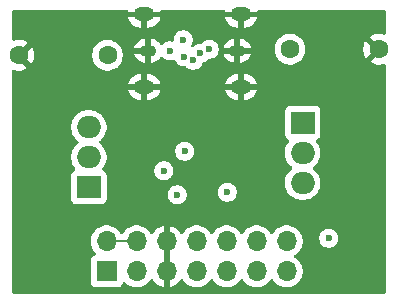
<source format=gbr>
%TF.GenerationSoftware,KiCad,Pcbnew,9.0.0-250-g02b756189b*%
%TF.CreationDate,2025-03-17T22:21:07-05:00*%
%TF.ProjectId,USB-Breakout,5553422d-4272-4656-916b-6f75742e6b69,rev?*%
%TF.SameCoordinates,Original*%
%TF.FileFunction,Copper,L3,Inr*%
%TF.FilePolarity,Positive*%
%FSLAX46Y46*%
G04 Gerber Fmt 4.6, Leading zero omitted, Abs format (unit mm)*
G04 Created by KiCad (PCBNEW 9.0.0-250-g02b756189b) date 2025-03-17 22:21:07*
%MOMM*%
%LPD*%
G01*
G04 APERTURE LIST*
%TA.AperFunction,ComponentPad*%
%ADD10C,1.600000*%
%TD*%
%TA.AperFunction,ComponentPad*%
%ADD11O,1.750000X1.250000*%
%TD*%
%TA.AperFunction,ComponentPad*%
%ADD12O,1.400000X1.000000*%
%TD*%
%TA.AperFunction,ComponentPad*%
%ADD13R,1.700000X1.700000*%
%TD*%
%TA.AperFunction,ComponentPad*%
%ADD14O,1.700000X1.700000*%
%TD*%
%TA.AperFunction,ComponentPad*%
%ADD15R,2.000000X1.905000*%
%TD*%
%TA.AperFunction,ComponentPad*%
%ADD16O,2.000000X1.905000*%
%TD*%
%TA.AperFunction,ViaPad*%
%ADD17C,0.600000*%
%TD*%
%TA.AperFunction,Conductor*%
%ADD18C,0.200000*%
%TD*%
G04 APERTURE END LIST*
D10*
%TO.N,/CC1*%
%TO.C,C5*%
X161049000Y-63246000D03*
%TO.N,GND*%
X168549000Y-63246000D03*
%TD*%
%TO.N,/CC2*%
%TO.C,C2*%
X145600000Y-63754000D03*
%TO.N,GND*%
X138100000Y-63754000D03*
%TD*%
D11*
%TO.N,GND*%
%TO.C,J2*%
X148716000Y-60303000D03*
X156916000Y-60303000D03*
D12*
X149041000Y-63373000D03*
X156591000Y-63373000D03*
D11*
X148716000Y-66443000D03*
X156916000Y-66443000D03*
%TD*%
D13*
%TO.N,+5V*%
%TO.C,J1*%
X145537000Y-82047000D03*
D14*
%TO.N,+12V*%
X145537000Y-79507000D03*
%TO.N,+5V*%
X148077000Y-82047000D03*
%TO.N,+12V*%
X148077000Y-79507000D03*
%TO.N,GND*%
X150617000Y-82047000D03*
X150617000Y-79507000D03*
%TO.N,/5_EN*%
X153157000Y-82047000D03*
%TO.N,/12_EN*%
X153157000Y-79507000D03*
%TO.N,/INT*%
X155697000Y-82047000D03*
%TO.N,/SDA*%
X155697000Y-79507000D03*
%TO.N,/D+*%
X158237000Y-82047000D03*
%TO.N,/SCL*%
X158237000Y-79507000D03*
%TO.N,/D-*%
X160777000Y-82047000D03*
%TO.N,+3.3V*%
X160777000Y-79507000D03*
%TD*%
D15*
%TO.N,/5_EN*%
%TO.C,Q2*%
X162123000Y-69469000D03*
D16*
%TO.N,+5V*%
X162123000Y-72009000D03*
%TO.N,VBUS*%
X162123000Y-74549000D03*
%TD*%
D15*
%TO.N,/12_EN*%
%TO.C,Q1*%
X144018000Y-74930000D03*
D16*
%TO.N,VBUS*%
X144018000Y-72390000D03*
%TO.N,+12V*%
X144018000Y-69850000D03*
%TD*%
D17*
%TO.N,+3.3V*%
X152146000Y-71882000D03*
X151511000Y-75565000D03*
%TO.N,GND*%
X153924000Y-69977000D03*
X146812000Y-68453000D03*
X148971000Y-73533000D03*
X149098000Y-68453000D03*
X148717000Y-76073000D03*
X149860000Y-77089000D03*
X155194000Y-73914000D03*
X146558000Y-73406000D03*
%TO.N,/CC1*%
X152015000Y-62434500D03*
%TO.N,+5V*%
X164338000Y-79248000D03*
%TO.N,/D+*%
X152861000Y-64181500D03*
%TO.N,/D-*%
X153463000Y-63580500D03*
X152068000Y-63899400D03*
%TO.N,/SDA*%
X155736000Y-75347200D03*
%TO.N,VBUS*%
X154221500Y-63246000D03*
X150876000Y-63373000D03*
X150368000Y-73533000D03*
%TD*%
D18*
%TO.N,+12V*%
X148077000Y-79507000D02*
X145537000Y-79507000D01*
%TD*%
%TA.AperFunction,Conductor*%
%TO.N,GND*%
G36*
X150867000Y-81613988D02*
G01*
X150809993Y-81581075D01*
X150682826Y-81547000D01*
X150551174Y-81547000D01*
X150424007Y-81581075D01*
X150367000Y-81613988D01*
X150367000Y-79940012D01*
X150424007Y-79972925D01*
X150551174Y-80007000D01*
X150682826Y-80007000D01*
X150809993Y-79972925D01*
X150867000Y-79940012D01*
X150867000Y-81613988D01*
G37*
%TD.AperFunction*%
%TA.AperFunction,Conductor*%
G36*
X147257775Y-59941766D02*
G01*
X147276467Y-59942033D01*
X147290605Y-59951406D01*
X147306879Y-59956185D01*
X147319118Y-59970310D01*
X147334701Y-59980641D01*
X147341527Y-59996171D01*
X147352634Y-60008989D01*
X147355294Y-60027489D01*
X147362817Y-60044604D01*
X147362760Y-60048537D01*
X147366572Y-60053000D01*
X148119590Y-60053000D01*
X148069963Y-60138956D01*
X148041000Y-60247048D01*
X148041000Y-60358952D01*
X148069963Y-60467044D01*
X148119590Y-60553000D01*
X147366573Y-60553000D01*
X147368700Y-60566433D01*
X147368703Y-60566446D01*
X147423419Y-60734847D01*
X147423421Y-60734850D01*
X147503813Y-60892629D01*
X147607899Y-61035889D01*
X147733110Y-61161100D01*
X147876370Y-61265186D01*
X148034149Y-61345578D01*
X148034152Y-61345580D01*
X148202560Y-61400298D01*
X148377456Y-61428000D01*
X148466000Y-61428000D01*
X148466000Y-60728000D01*
X148966000Y-60728000D01*
X148966000Y-61428000D01*
X149054544Y-61428000D01*
X149229439Y-61400298D01*
X149397847Y-61345580D01*
X149397850Y-61345578D01*
X149555629Y-61265186D01*
X149698889Y-61161100D01*
X149824100Y-61035889D01*
X149928186Y-60892629D01*
X150008578Y-60734850D01*
X150008580Y-60734847D01*
X150063296Y-60566446D01*
X150063299Y-60566433D01*
X150065427Y-60553000D01*
X149312410Y-60553000D01*
X149362037Y-60467044D01*
X149391000Y-60358952D01*
X149391000Y-60247048D01*
X149362037Y-60138956D01*
X149312410Y-60053000D01*
X150065428Y-60053000D01*
X150074541Y-60042328D01*
X150078643Y-60010601D01*
X150123641Y-59957151D01*
X150190393Y-59936513D01*
X150192160Y-59936500D01*
X155439840Y-59936500D01*
X155506879Y-59956185D01*
X155552634Y-60008989D01*
X155557421Y-60042286D01*
X155566572Y-60053000D01*
X156319590Y-60053000D01*
X156269963Y-60138956D01*
X156241000Y-60247048D01*
X156241000Y-60358952D01*
X156269963Y-60467044D01*
X156319590Y-60553000D01*
X155566573Y-60553000D01*
X155568700Y-60566433D01*
X155568703Y-60566446D01*
X155623419Y-60734847D01*
X155623421Y-60734850D01*
X155703813Y-60892629D01*
X155807899Y-61035889D01*
X155933110Y-61161100D01*
X156076370Y-61265186D01*
X156234149Y-61345578D01*
X156234152Y-61345580D01*
X156402560Y-61400298D01*
X156577456Y-61428000D01*
X156666000Y-61428000D01*
X156666000Y-60728000D01*
X157166000Y-60728000D01*
X157166000Y-61428000D01*
X157254544Y-61428000D01*
X157429439Y-61400298D01*
X157597847Y-61345580D01*
X157597850Y-61345578D01*
X157755629Y-61265186D01*
X157898889Y-61161100D01*
X158024100Y-61035889D01*
X158128186Y-60892629D01*
X158208578Y-60734850D01*
X158208580Y-60734847D01*
X158263296Y-60566446D01*
X158263299Y-60566433D01*
X158265427Y-60553000D01*
X157512410Y-60553000D01*
X157562037Y-60467044D01*
X157591000Y-60358952D01*
X157591000Y-60247048D01*
X157562037Y-60138956D01*
X157512410Y-60053000D01*
X158265428Y-60053000D01*
X158274541Y-60042328D01*
X158278643Y-60010601D01*
X158323641Y-59957151D01*
X158390393Y-59936513D01*
X158392160Y-59936500D01*
X169028500Y-59936500D01*
X169095539Y-59956185D01*
X169141294Y-60008989D01*
X169152500Y-60060500D01*
X169152500Y-61904516D01*
X169132815Y-61971555D01*
X169080011Y-62017310D01*
X169010853Y-62027254D01*
X168990182Y-62022447D01*
X168853419Y-61978010D01*
X168651317Y-61946000D01*
X168446683Y-61946000D01*
X168244582Y-61978009D01*
X168049968Y-62041244D01*
X167867644Y-62134143D01*
X167823077Y-62166523D01*
X167823077Y-62166524D01*
X168502553Y-62846000D01*
X168496339Y-62846000D01*
X168394606Y-62873259D01*
X168303394Y-62925920D01*
X168228920Y-63000394D01*
X168176259Y-63091606D01*
X168149000Y-63193339D01*
X168149000Y-63199553D01*
X167469524Y-62520077D01*
X167469523Y-62520077D01*
X167437143Y-62564644D01*
X167344244Y-62746968D01*
X167281009Y-62941582D01*
X167249000Y-63143682D01*
X167249000Y-63348317D01*
X167281009Y-63550417D01*
X167344244Y-63745031D01*
X167437141Y-63927350D01*
X167437147Y-63927359D01*
X167469523Y-63971921D01*
X167469524Y-63971922D01*
X168149000Y-63292446D01*
X168149000Y-63298661D01*
X168176259Y-63400394D01*
X168228920Y-63491606D01*
X168303394Y-63566080D01*
X168394606Y-63618741D01*
X168496339Y-63646000D01*
X168502552Y-63646000D01*
X167823076Y-64325474D01*
X167867650Y-64357859D01*
X168049968Y-64450755D01*
X168244582Y-64513990D01*
X168446683Y-64546000D01*
X168651317Y-64546000D01*
X168853417Y-64513990D01*
X168990181Y-64469552D01*
X169060022Y-64467557D01*
X169119855Y-64503637D01*
X169150684Y-64566337D01*
X169152500Y-64587483D01*
X169152500Y-83811500D01*
X169132815Y-83878539D01*
X169080011Y-83924294D01*
X169028500Y-83935500D01*
X137657500Y-83935500D01*
X137590461Y-83915815D01*
X137544706Y-83863011D01*
X137533500Y-83811500D01*
X137533500Y-79400713D01*
X144186500Y-79400713D01*
X144186500Y-79613286D01*
X144209466Y-79758292D01*
X144219754Y-79823243D01*
X144282949Y-80017737D01*
X144285444Y-80025414D01*
X144381951Y-80214820D01*
X144506890Y-80386786D01*
X144620430Y-80500326D01*
X144653915Y-80561649D01*
X144648931Y-80631341D01*
X144607059Y-80687274D01*
X144576083Y-80704189D01*
X144444669Y-80753203D01*
X144444664Y-80753206D01*
X144329455Y-80839452D01*
X144329452Y-80839455D01*
X144243206Y-80954664D01*
X144243202Y-80954671D01*
X144192908Y-81089517D01*
X144186501Y-81149116D01*
X144186500Y-81149135D01*
X144186500Y-82944870D01*
X144186501Y-82944876D01*
X144192908Y-83004483D01*
X144243202Y-83139328D01*
X144243206Y-83139335D01*
X144329452Y-83254544D01*
X144329455Y-83254547D01*
X144444664Y-83340793D01*
X144444671Y-83340797D01*
X144579517Y-83391091D01*
X144579516Y-83391091D01*
X144586444Y-83391835D01*
X144639127Y-83397500D01*
X146434872Y-83397499D01*
X146494483Y-83391091D01*
X146629331Y-83340796D01*
X146744546Y-83254546D01*
X146830796Y-83139331D01*
X146879810Y-83007916D01*
X146921681Y-82951984D01*
X146987145Y-82927566D01*
X147055418Y-82942417D01*
X147083673Y-82963569D01*
X147197213Y-83077109D01*
X147369179Y-83202048D01*
X147369181Y-83202049D01*
X147369184Y-83202051D01*
X147558588Y-83298557D01*
X147760757Y-83364246D01*
X147970713Y-83397500D01*
X147970714Y-83397500D01*
X148183286Y-83397500D01*
X148183287Y-83397500D01*
X148393243Y-83364246D01*
X148595412Y-83298557D01*
X148784816Y-83202051D01*
X148871138Y-83139335D01*
X148956786Y-83077109D01*
X148956788Y-83077106D01*
X148956792Y-83077104D01*
X149107104Y-82926792D01*
X149107106Y-82926788D01*
X149107109Y-82926786D01*
X149232048Y-82754820D01*
X149232051Y-82754816D01*
X149236793Y-82745508D01*
X149284763Y-82694711D01*
X149352583Y-82677911D01*
X149418719Y-82700445D01*
X149457763Y-82745500D01*
X149462377Y-82754555D01*
X149587272Y-82926459D01*
X149587276Y-82926464D01*
X149737535Y-83076723D01*
X149737540Y-83076727D01*
X149909442Y-83201620D01*
X150098782Y-83298095D01*
X150300871Y-83363757D01*
X150367000Y-83374231D01*
X150367000Y-82480012D01*
X150424007Y-82512925D01*
X150551174Y-82547000D01*
X150682826Y-82547000D01*
X150809993Y-82512925D01*
X150867000Y-82480012D01*
X150867000Y-83374230D01*
X150933126Y-83363757D01*
X150933129Y-83363757D01*
X151135217Y-83298095D01*
X151324557Y-83201620D01*
X151496459Y-83076727D01*
X151496464Y-83076723D01*
X151646723Y-82926464D01*
X151646727Y-82926459D01*
X151771620Y-82754558D01*
X151776232Y-82745507D01*
X151824205Y-82694709D01*
X151892025Y-82677912D01*
X151958161Y-82700447D01*
X151997204Y-82745504D01*
X152001949Y-82754817D01*
X152126890Y-82926786D01*
X152277213Y-83077109D01*
X152449179Y-83202048D01*
X152449181Y-83202049D01*
X152449184Y-83202051D01*
X152638588Y-83298557D01*
X152840757Y-83364246D01*
X153050713Y-83397500D01*
X153050714Y-83397500D01*
X153263286Y-83397500D01*
X153263287Y-83397500D01*
X153473243Y-83364246D01*
X153675412Y-83298557D01*
X153864816Y-83202051D01*
X153951138Y-83139335D01*
X154036786Y-83077109D01*
X154036788Y-83077106D01*
X154036792Y-83077104D01*
X154187104Y-82926792D01*
X154187106Y-82926788D01*
X154187109Y-82926786D01*
X154312048Y-82754820D01*
X154312047Y-82754820D01*
X154312051Y-82754816D01*
X154316514Y-82746054D01*
X154364488Y-82695259D01*
X154432308Y-82678463D01*
X154498444Y-82700999D01*
X154537486Y-82746056D01*
X154541951Y-82754820D01*
X154666890Y-82926786D01*
X154817213Y-83077109D01*
X154989179Y-83202048D01*
X154989181Y-83202049D01*
X154989184Y-83202051D01*
X155178588Y-83298557D01*
X155380757Y-83364246D01*
X155590713Y-83397500D01*
X155590714Y-83397500D01*
X155803286Y-83397500D01*
X155803287Y-83397500D01*
X156013243Y-83364246D01*
X156215412Y-83298557D01*
X156404816Y-83202051D01*
X156491138Y-83139335D01*
X156576786Y-83077109D01*
X156576788Y-83077106D01*
X156576792Y-83077104D01*
X156727104Y-82926792D01*
X156727106Y-82926788D01*
X156727109Y-82926786D01*
X156852048Y-82754820D01*
X156852047Y-82754820D01*
X156852051Y-82754816D01*
X156856514Y-82746054D01*
X156904488Y-82695259D01*
X156972308Y-82678463D01*
X157038444Y-82700999D01*
X157077486Y-82746056D01*
X157081951Y-82754820D01*
X157206890Y-82926786D01*
X157357213Y-83077109D01*
X157529179Y-83202048D01*
X157529181Y-83202049D01*
X157529184Y-83202051D01*
X157718588Y-83298557D01*
X157920757Y-83364246D01*
X158130713Y-83397500D01*
X158130714Y-83397500D01*
X158343286Y-83397500D01*
X158343287Y-83397500D01*
X158553243Y-83364246D01*
X158755412Y-83298557D01*
X158944816Y-83202051D01*
X159031138Y-83139335D01*
X159116786Y-83077109D01*
X159116788Y-83077106D01*
X159116792Y-83077104D01*
X159267104Y-82926792D01*
X159267106Y-82926788D01*
X159267109Y-82926786D01*
X159392048Y-82754820D01*
X159392047Y-82754820D01*
X159392051Y-82754816D01*
X159396514Y-82746054D01*
X159444488Y-82695259D01*
X159512308Y-82678463D01*
X159578444Y-82700999D01*
X159617486Y-82746056D01*
X159621951Y-82754820D01*
X159746890Y-82926786D01*
X159897213Y-83077109D01*
X160069179Y-83202048D01*
X160069181Y-83202049D01*
X160069184Y-83202051D01*
X160258588Y-83298557D01*
X160460757Y-83364246D01*
X160670713Y-83397500D01*
X160670714Y-83397500D01*
X160883286Y-83397500D01*
X160883287Y-83397500D01*
X161093243Y-83364246D01*
X161295412Y-83298557D01*
X161484816Y-83202051D01*
X161571138Y-83139335D01*
X161656786Y-83077109D01*
X161656788Y-83077106D01*
X161656792Y-83077104D01*
X161807104Y-82926792D01*
X161807106Y-82926788D01*
X161807109Y-82926786D01*
X161932048Y-82754820D01*
X161932047Y-82754820D01*
X161932051Y-82754816D01*
X162028557Y-82565412D01*
X162094246Y-82363243D01*
X162127500Y-82153287D01*
X162127500Y-81940713D01*
X162094246Y-81730757D01*
X162028557Y-81528588D01*
X161932051Y-81339184D01*
X161932049Y-81339181D01*
X161932048Y-81339179D01*
X161807109Y-81167213D01*
X161656786Y-81016890D01*
X161484820Y-80891951D01*
X161484115Y-80891591D01*
X161476054Y-80887485D01*
X161425259Y-80839512D01*
X161408463Y-80771692D01*
X161430999Y-80705556D01*
X161476054Y-80666515D01*
X161484816Y-80662051D01*
X161574554Y-80596853D01*
X161656786Y-80537109D01*
X161656788Y-80537106D01*
X161656792Y-80537104D01*
X161807104Y-80386792D01*
X161807106Y-80386788D01*
X161807109Y-80386786D01*
X161932048Y-80214820D01*
X161932047Y-80214820D01*
X161932051Y-80214816D01*
X162028557Y-80025412D01*
X162094246Y-79823243D01*
X162127500Y-79613287D01*
X162127500Y-79400713D01*
X162094246Y-79190757D01*
X162087226Y-79169153D01*
X163537500Y-79169153D01*
X163537500Y-79326846D01*
X163568261Y-79481489D01*
X163568264Y-79481501D01*
X163628602Y-79627172D01*
X163628609Y-79627185D01*
X163716210Y-79758288D01*
X163716213Y-79758292D01*
X163827707Y-79869786D01*
X163827711Y-79869789D01*
X163958814Y-79957390D01*
X163958827Y-79957397D01*
X164078581Y-80007000D01*
X164104503Y-80017737D01*
X164259153Y-80048499D01*
X164259156Y-80048500D01*
X164259158Y-80048500D01*
X164416844Y-80048500D01*
X164416845Y-80048499D01*
X164571497Y-80017737D01*
X164717179Y-79957394D01*
X164848289Y-79869789D01*
X164959789Y-79758289D01*
X165047394Y-79627179D01*
X165107737Y-79481497D01*
X165138500Y-79326842D01*
X165138500Y-79169158D01*
X165138500Y-79169155D01*
X165138499Y-79169153D01*
X165126116Y-79106901D01*
X165107737Y-79014503D01*
X165097003Y-78988588D01*
X165047397Y-78868827D01*
X165047390Y-78868814D01*
X164959789Y-78737711D01*
X164959786Y-78737707D01*
X164848292Y-78626213D01*
X164848288Y-78626210D01*
X164717185Y-78538609D01*
X164717172Y-78538602D01*
X164571501Y-78478264D01*
X164571489Y-78478261D01*
X164416845Y-78447500D01*
X164416842Y-78447500D01*
X164259158Y-78447500D01*
X164259155Y-78447500D01*
X164104510Y-78478261D01*
X164104498Y-78478264D01*
X163958827Y-78538602D01*
X163958814Y-78538609D01*
X163827711Y-78626210D01*
X163827707Y-78626213D01*
X163716213Y-78737707D01*
X163716210Y-78737711D01*
X163628609Y-78868814D01*
X163628602Y-78868827D01*
X163568264Y-79014498D01*
X163568261Y-79014510D01*
X163537500Y-79169153D01*
X162087226Y-79169153D01*
X162028557Y-78988588D01*
X161932051Y-78799184D01*
X161932049Y-78799181D01*
X161932048Y-78799179D01*
X161807109Y-78627213D01*
X161656786Y-78476890D01*
X161484820Y-78351951D01*
X161295414Y-78255444D01*
X161295413Y-78255443D01*
X161295412Y-78255443D01*
X161093243Y-78189754D01*
X161093241Y-78189753D01*
X161093240Y-78189753D01*
X160931957Y-78164208D01*
X160883287Y-78156500D01*
X160670713Y-78156500D01*
X160622042Y-78164208D01*
X160460760Y-78189753D01*
X160258585Y-78255444D01*
X160069179Y-78351951D01*
X159897213Y-78476890D01*
X159746890Y-78627213D01*
X159621949Y-78799182D01*
X159617484Y-78807946D01*
X159569509Y-78858742D01*
X159501688Y-78875536D01*
X159435553Y-78852998D01*
X159396516Y-78807946D01*
X159392050Y-78799182D01*
X159267109Y-78627213D01*
X159116786Y-78476890D01*
X158944820Y-78351951D01*
X158755414Y-78255444D01*
X158755413Y-78255443D01*
X158755412Y-78255443D01*
X158553243Y-78189754D01*
X158553241Y-78189753D01*
X158553240Y-78189753D01*
X158391957Y-78164208D01*
X158343287Y-78156500D01*
X158130713Y-78156500D01*
X158082042Y-78164208D01*
X157920760Y-78189753D01*
X157718585Y-78255444D01*
X157529179Y-78351951D01*
X157357213Y-78476890D01*
X157206890Y-78627213D01*
X157081949Y-78799182D01*
X157077484Y-78807946D01*
X157029509Y-78858742D01*
X156961688Y-78875536D01*
X156895553Y-78852998D01*
X156856516Y-78807946D01*
X156852050Y-78799182D01*
X156727109Y-78627213D01*
X156576786Y-78476890D01*
X156404820Y-78351951D01*
X156215414Y-78255444D01*
X156215413Y-78255443D01*
X156215412Y-78255443D01*
X156013243Y-78189754D01*
X156013241Y-78189753D01*
X156013240Y-78189753D01*
X155851957Y-78164208D01*
X155803287Y-78156500D01*
X155590713Y-78156500D01*
X155542042Y-78164208D01*
X155380760Y-78189753D01*
X155178585Y-78255444D01*
X154989179Y-78351951D01*
X154817213Y-78476890D01*
X154666890Y-78627213D01*
X154541949Y-78799182D01*
X154537484Y-78807946D01*
X154489509Y-78858742D01*
X154421688Y-78875536D01*
X154355553Y-78852998D01*
X154316516Y-78807946D01*
X154312050Y-78799182D01*
X154187109Y-78627213D01*
X154036786Y-78476890D01*
X153864820Y-78351951D01*
X153675414Y-78255444D01*
X153675413Y-78255443D01*
X153675412Y-78255443D01*
X153473243Y-78189754D01*
X153473241Y-78189753D01*
X153473240Y-78189753D01*
X153311957Y-78164208D01*
X153263287Y-78156500D01*
X153050713Y-78156500D01*
X153002042Y-78164208D01*
X152840760Y-78189753D01*
X152638585Y-78255444D01*
X152449179Y-78351951D01*
X152277213Y-78476890D01*
X152126890Y-78627213D01*
X152001949Y-78799182D01*
X151997202Y-78808499D01*
X151949227Y-78859293D01*
X151881405Y-78876087D01*
X151815271Y-78853548D01*
X151776234Y-78808495D01*
X151771622Y-78799444D01*
X151646727Y-78627540D01*
X151646723Y-78627535D01*
X151496464Y-78477276D01*
X151496459Y-78477272D01*
X151324557Y-78352379D01*
X151135215Y-78255903D01*
X150933124Y-78190241D01*
X150867000Y-78179768D01*
X150867000Y-79073988D01*
X150809993Y-79041075D01*
X150682826Y-79007000D01*
X150551174Y-79007000D01*
X150424007Y-79041075D01*
X150367000Y-79073988D01*
X150367000Y-78179768D01*
X150366999Y-78179768D01*
X150300875Y-78190241D01*
X150098784Y-78255903D01*
X149909442Y-78352379D01*
X149737540Y-78477272D01*
X149737535Y-78477276D01*
X149587276Y-78627535D01*
X149587272Y-78627540D01*
X149462378Y-78799443D01*
X149457762Y-78808502D01*
X149409784Y-78859295D01*
X149341963Y-78876087D01*
X149275829Y-78853546D01*
X149236794Y-78808493D01*
X149232051Y-78799184D01*
X149232049Y-78799181D01*
X149232048Y-78799179D01*
X149107109Y-78627213D01*
X148956786Y-78476890D01*
X148784820Y-78351951D01*
X148595414Y-78255444D01*
X148595413Y-78255443D01*
X148595412Y-78255443D01*
X148393243Y-78189754D01*
X148393241Y-78189753D01*
X148393240Y-78189753D01*
X148231957Y-78164208D01*
X148183287Y-78156500D01*
X147970713Y-78156500D01*
X147922042Y-78164208D01*
X147760760Y-78189753D01*
X147558585Y-78255444D01*
X147369179Y-78351951D01*
X147197213Y-78476890D01*
X147046890Y-78627213D01*
X146921949Y-78799182D01*
X146917484Y-78807946D01*
X146869509Y-78858742D01*
X146801688Y-78875536D01*
X146735553Y-78852998D01*
X146696516Y-78807946D01*
X146692050Y-78799182D01*
X146567109Y-78627213D01*
X146416786Y-78476890D01*
X146244820Y-78351951D01*
X146055414Y-78255444D01*
X146055413Y-78255443D01*
X146055412Y-78255443D01*
X145853243Y-78189754D01*
X145853241Y-78189753D01*
X145853240Y-78189753D01*
X145691957Y-78164208D01*
X145643287Y-78156500D01*
X145430713Y-78156500D01*
X145382042Y-78164208D01*
X145220760Y-78189753D01*
X145018585Y-78255444D01*
X144829179Y-78351951D01*
X144657213Y-78476890D01*
X144506890Y-78627213D01*
X144381951Y-78799179D01*
X144285444Y-78988585D01*
X144219753Y-79190760D01*
X144186500Y-79400713D01*
X137533500Y-79400713D01*
X137533500Y-69735646D01*
X142517500Y-69735646D01*
X142517500Y-69964353D01*
X142553278Y-70190246D01*
X142553278Y-70190249D01*
X142623950Y-70407755D01*
X142685719Y-70528983D01*
X142727783Y-70611538D01*
X142862214Y-70796566D01*
X143023934Y-70958286D01*
X143057983Y-70983024D01*
X143108438Y-71019682D01*
X143151103Y-71075013D01*
X143157082Y-71144626D01*
X143124476Y-71206421D01*
X143108438Y-71220318D01*
X143023932Y-71281715D01*
X142862216Y-71443431D01*
X142862216Y-71443432D01*
X142862214Y-71443434D01*
X142804480Y-71522896D01*
X142727783Y-71628461D01*
X142623950Y-71832244D01*
X142553278Y-72049750D01*
X142553278Y-72049753D01*
X142542865Y-72115497D01*
X142517500Y-72275646D01*
X142517500Y-72504354D01*
X142527384Y-72566758D01*
X142553278Y-72730246D01*
X142553278Y-72730249D01*
X142623950Y-72947755D01*
X142627931Y-72955568D01*
X142727783Y-73151538D01*
X142860525Y-73334242D01*
X142884005Y-73400046D01*
X142868180Y-73468100D01*
X142818074Y-73516795D01*
X142803541Y-73523308D01*
X142775670Y-73533703D01*
X142775664Y-73533706D01*
X142660455Y-73619952D01*
X142660452Y-73619955D01*
X142574206Y-73735164D01*
X142574202Y-73735171D01*
X142523908Y-73870017D01*
X142519376Y-73912179D01*
X142517501Y-73929623D01*
X142517500Y-73929635D01*
X142517500Y-75930370D01*
X142517501Y-75930376D01*
X142523908Y-75989983D01*
X142574202Y-76124828D01*
X142574206Y-76124835D01*
X142660452Y-76240044D01*
X142660455Y-76240047D01*
X142775664Y-76326293D01*
X142775671Y-76326297D01*
X142910517Y-76376591D01*
X142910516Y-76376591D01*
X142917444Y-76377335D01*
X142970127Y-76383000D01*
X145065872Y-76382999D01*
X145125483Y-76376591D01*
X145260331Y-76326296D01*
X145375546Y-76240046D01*
X145461796Y-76124831D01*
X145512091Y-75989983D01*
X145518500Y-75930373D01*
X145518500Y-75486153D01*
X150710500Y-75486153D01*
X150710500Y-75643846D01*
X150741261Y-75798489D01*
X150741264Y-75798501D01*
X150801602Y-75944172D01*
X150801609Y-75944185D01*
X150889210Y-76075288D01*
X150889213Y-76075292D01*
X151000707Y-76186786D01*
X151000711Y-76186789D01*
X151131814Y-76274390D01*
X151131827Y-76274397D01*
X151257117Y-76326293D01*
X151277503Y-76334737D01*
X151432153Y-76365499D01*
X151432156Y-76365500D01*
X151432158Y-76365500D01*
X151589844Y-76365500D01*
X151589845Y-76365499D01*
X151744497Y-76334737D01*
X151890179Y-76274394D01*
X152021289Y-76186789D01*
X152132789Y-76075289D01*
X152220394Y-75944179D01*
X152226109Y-75930383D01*
X152240537Y-75895548D01*
X152280737Y-75798497D01*
X152311500Y-75643842D01*
X152311500Y-75486158D01*
X152311500Y-75486155D01*
X152311499Y-75486153D01*
X152299543Y-75426046D01*
X152280737Y-75331503D01*
X152254580Y-75268353D01*
X154935500Y-75268353D01*
X154935500Y-75426046D01*
X154966261Y-75580689D01*
X154966264Y-75580701D01*
X155026602Y-75726372D01*
X155026609Y-75726385D01*
X155114210Y-75857488D01*
X155114213Y-75857492D01*
X155225707Y-75968986D01*
X155225711Y-75968989D01*
X155356814Y-76056590D01*
X155356827Y-76056597D01*
X155502498Y-76116935D01*
X155502503Y-76116937D01*
X155657153Y-76147699D01*
X155657156Y-76147700D01*
X155657158Y-76147700D01*
X155814844Y-76147700D01*
X155814845Y-76147699D01*
X155969497Y-76116937D01*
X156115179Y-76056594D01*
X156246289Y-75968989D01*
X156357789Y-75857489D01*
X156445394Y-75726379D01*
X156505737Y-75580697D01*
X156536500Y-75426042D01*
X156536500Y-75268358D01*
X156536500Y-75268355D01*
X156536499Y-75268353D01*
X156505738Y-75113710D01*
X156505737Y-75113703D01*
X156481300Y-75054707D01*
X156445397Y-74968027D01*
X156445390Y-74968014D01*
X156357789Y-74836911D01*
X156357786Y-74836907D01*
X156246292Y-74725413D01*
X156246288Y-74725410D01*
X156115185Y-74637809D01*
X156115172Y-74637802D01*
X155969501Y-74577464D01*
X155969489Y-74577461D01*
X155814845Y-74546700D01*
X155814842Y-74546700D01*
X155657158Y-74546700D01*
X155657155Y-74546700D01*
X155502510Y-74577461D01*
X155502498Y-74577464D01*
X155356827Y-74637802D01*
X155356814Y-74637809D01*
X155225711Y-74725410D01*
X155225707Y-74725413D01*
X155114213Y-74836907D01*
X155114210Y-74836911D01*
X155026609Y-74968014D01*
X155026602Y-74968027D01*
X154966264Y-75113698D01*
X154966261Y-75113710D01*
X154935500Y-75268353D01*
X152254580Y-75268353D01*
X152220397Y-75185827D01*
X152220390Y-75185814D01*
X152132789Y-75054711D01*
X152132786Y-75054707D01*
X152021292Y-74943213D01*
X152021288Y-74943210D01*
X151890185Y-74855609D01*
X151890172Y-74855602D01*
X151744501Y-74795264D01*
X151744489Y-74795261D01*
X151589845Y-74764500D01*
X151589842Y-74764500D01*
X151432158Y-74764500D01*
X151432155Y-74764500D01*
X151277510Y-74795261D01*
X151277498Y-74795264D01*
X151131827Y-74855602D01*
X151131814Y-74855609D01*
X151000711Y-74943210D01*
X151000707Y-74943213D01*
X150889213Y-75054707D01*
X150889210Y-75054711D01*
X150801609Y-75185814D01*
X150801602Y-75185827D01*
X150741264Y-75331498D01*
X150741261Y-75331510D01*
X150710500Y-75486153D01*
X145518500Y-75486153D01*
X145518499Y-74889249D01*
X145518499Y-73929629D01*
X145518498Y-73929623D01*
X145518497Y-73929616D01*
X145512091Y-73870017D01*
X145461796Y-73735169D01*
X145461795Y-73735168D01*
X145461793Y-73735164D01*
X145375547Y-73619955D01*
X145375544Y-73619952D01*
X145286210Y-73553076D01*
X145286205Y-73553073D01*
X145260331Y-73533704D01*
X145224817Y-73520458D01*
X145217612Y-73516630D01*
X145198227Y-73497682D01*
X145176525Y-73481437D01*
X145173609Y-73473621D01*
X145167646Y-73467792D01*
X145164515Y-73454153D01*
X149567500Y-73454153D01*
X149567500Y-73611846D01*
X149598261Y-73766489D01*
X149598264Y-73766501D01*
X149658602Y-73912172D01*
X149658609Y-73912185D01*
X149746210Y-74043288D01*
X149746213Y-74043292D01*
X149857707Y-74154786D01*
X149857711Y-74154789D01*
X149988814Y-74242390D01*
X149988827Y-74242397D01*
X150134498Y-74302735D01*
X150134503Y-74302737D01*
X150289153Y-74333499D01*
X150289156Y-74333500D01*
X150289158Y-74333500D01*
X150446844Y-74333500D01*
X150446845Y-74333499D01*
X150601497Y-74302737D01*
X150747179Y-74242394D01*
X150878289Y-74154789D01*
X150989789Y-74043289D01*
X151077394Y-73912179D01*
X151137737Y-73766497D01*
X151168500Y-73611842D01*
X151168500Y-73454158D01*
X151168500Y-73454155D01*
X151168499Y-73454153D01*
X151145109Y-73336566D01*
X151137737Y-73299503D01*
X151137735Y-73299498D01*
X151077397Y-73153827D01*
X151077390Y-73153814D01*
X150989789Y-73022711D01*
X150989786Y-73022707D01*
X150878292Y-72911213D01*
X150878288Y-72911210D01*
X150747185Y-72823609D01*
X150747172Y-72823602D01*
X150601501Y-72763264D01*
X150601489Y-72763261D01*
X150446845Y-72732500D01*
X150446842Y-72732500D01*
X150289158Y-72732500D01*
X150289155Y-72732500D01*
X150134510Y-72763261D01*
X150134498Y-72763264D01*
X149988827Y-72823602D01*
X149988814Y-72823609D01*
X149857711Y-72911210D01*
X149857707Y-72911213D01*
X149746213Y-73022707D01*
X149746210Y-73022711D01*
X149658609Y-73153814D01*
X149658602Y-73153827D01*
X149598264Y-73299498D01*
X149598261Y-73299510D01*
X149567500Y-73454153D01*
X145164515Y-73454153D01*
X145161581Y-73441373D01*
X145152108Y-73415973D01*
X145153880Y-73407823D01*
X145152015Y-73399694D01*
X145161198Y-73374184D01*
X145166960Y-73347700D01*
X145175460Y-73334260D01*
X145308217Y-73151538D01*
X145412048Y-72947758D01*
X145471994Y-72763263D01*
X145482721Y-72730249D01*
X145482721Y-72730248D01*
X145482722Y-72730245D01*
X145518500Y-72504354D01*
X145518500Y-72275646D01*
X145482722Y-72049755D01*
X145482721Y-72049751D01*
X145482721Y-72049750D01*
X145413070Y-71835384D01*
X145413069Y-71835383D01*
X145412050Y-71832246D01*
X145397226Y-71803153D01*
X151345500Y-71803153D01*
X151345500Y-71960846D01*
X151376261Y-72115489D01*
X151376264Y-72115501D01*
X151436602Y-72261172D01*
X151436609Y-72261185D01*
X151524210Y-72392288D01*
X151524213Y-72392292D01*
X151635707Y-72503786D01*
X151635711Y-72503789D01*
X151766814Y-72591390D01*
X151766827Y-72591397D01*
X151912498Y-72651735D01*
X151912503Y-72651737D01*
X152067153Y-72682499D01*
X152067156Y-72682500D01*
X152067158Y-72682500D01*
X152224844Y-72682500D01*
X152224845Y-72682499D01*
X152379497Y-72651737D01*
X152525179Y-72591394D01*
X152656289Y-72503789D01*
X152767789Y-72392289D01*
X152855394Y-72261179D01*
X152915737Y-72115497D01*
X152946500Y-71960842D01*
X152946500Y-71803158D01*
X152946500Y-71803155D01*
X152946499Y-71803153D01*
X152915738Y-71648510D01*
X152915737Y-71648503D01*
X152907436Y-71628462D01*
X152855397Y-71502827D01*
X152855390Y-71502814D01*
X152767789Y-71371711D01*
X152767786Y-71371707D01*
X152656292Y-71260213D01*
X152656288Y-71260210D01*
X152525185Y-71172609D01*
X152525172Y-71172602D01*
X152379501Y-71112264D01*
X152379489Y-71112261D01*
X152224845Y-71081500D01*
X152224842Y-71081500D01*
X152067158Y-71081500D01*
X152067155Y-71081500D01*
X151912510Y-71112261D01*
X151912498Y-71112264D01*
X151766827Y-71172602D01*
X151766814Y-71172609D01*
X151635711Y-71260210D01*
X151635707Y-71260213D01*
X151524213Y-71371707D01*
X151524210Y-71371711D01*
X151436609Y-71502814D01*
X151436602Y-71502827D01*
X151376264Y-71648498D01*
X151376261Y-71648510D01*
X151345500Y-71803153D01*
X145397226Y-71803153D01*
X145328746Y-71668753D01*
X145308217Y-71628462D01*
X145173786Y-71443434D01*
X145012066Y-71281714D01*
X144927559Y-71220316D01*
X144884896Y-71164988D01*
X144878917Y-71095375D01*
X144911523Y-71033580D01*
X144927556Y-71019685D01*
X145012066Y-70958286D01*
X145173786Y-70796566D01*
X145308217Y-70611538D01*
X145412048Y-70407758D01*
X145482722Y-70190245D01*
X145518500Y-69964354D01*
X145518500Y-69735646D01*
X145482722Y-69509755D01*
X145482721Y-69509751D01*
X145482721Y-69509750D01*
X145412049Y-69292244D01*
X145308216Y-69088461D01*
X145173786Y-68903434D01*
X145012066Y-68741714D01*
X144827038Y-68607283D01*
X144721432Y-68553474D01*
X144623255Y-68503450D01*
X144516105Y-68468635D01*
X160622500Y-68468635D01*
X160622500Y-70469370D01*
X160622501Y-70469376D01*
X160628908Y-70528983D01*
X160679202Y-70663828D01*
X160679206Y-70663835D01*
X160765452Y-70779044D01*
X160765455Y-70779047D01*
X160880664Y-70865293D01*
X160880669Y-70865296D01*
X160908539Y-70875690D01*
X160964473Y-70917561D01*
X160988891Y-70983024D01*
X160974040Y-71051298D01*
X160965525Y-71064759D01*
X160832783Y-71247461D01*
X160728950Y-71451244D01*
X160658278Y-71668750D01*
X160658278Y-71668753D01*
X160622500Y-71894646D01*
X160622500Y-72123353D01*
X160658278Y-72349246D01*
X160658278Y-72349249D01*
X160728950Y-72566755D01*
X160741506Y-72591397D01*
X160832783Y-72770538D01*
X160967214Y-72955566D01*
X161128934Y-73117286D01*
X161179220Y-73153821D01*
X161213438Y-73178682D01*
X161256103Y-73234013D01*
X161262082Y-73303626D01*
X161229476Y-73365421D01*
X161213438Y-73379318D01*
X161128932Y-73440715D01*
X160967216Y-73602431D01*
X160967216Y-73602432D01*
X160967214Y-73602434D01*
X160909480Y-73681896D01*
X160832783Y-73787461D01*
X160728950Y-73991244D01*
X160658278Y-74208750D01*
X160658278Y-74208753D01*
X160622500Y-74434646D01*
X160622500Y-74663353D01*
X160658278Y-74889246D01*
X160658278Y-74889249D01*
X160728950Y-75106755D01*
X160811289Y-75268353D01*
X160832783Y-75310538D01*
X160967214Y-75495566D01*
X161128934Y-75657286D01*
X161313962Y-75791717D01*
X161443045Y-75857488D01*
X161517744Y-75895549D01*
X161735251Y-75966221D01*
X161735252Y-75966221D01*
X161735255Y-75966222D01*
X161961146Y-76002000D01*
X161961147Y-76002000D01*
X162284853Y-76002000D01*
X162284854Y-76002000D01*
X162510745Y-75966222D01*
X162510748Y-75966221D01*
X162510749Y-75966221D01*
X162728255Y-75895549D01*
X162728255Y-75895548D01*
X162728258Y-75895548D01*
X162932038Y-75791717D01*
X163117066Y-75657286D01*
X163278786Y-75495566D01*
X163413217Y-75310538D01*
X163517048Y-75106758D01*
X163562126Y-74968021D01*
X163587721Y-74889249D01*
X163587721Y-74889248D01*
X163587722Y-74889245D01*
X163623500Y-74663354D01*
X163623500Y-74434646D01*
X163587722Y-74208755D01*
X163587721Y-74208751D01*
X163587721Y-74208750D01*
X163517049Y-73991244D01*
X163485658Y-73929635D01*
X163413217Y-73787462D01*
X163278786Y-73602434D01*
X163117066Y-73440714D01*
X163032559Y-73379316D01*
X162989896Y-73323988D01*
X162983917Y-73254375D01*
X163016523Y-73192580D01*
X163032556Y-73178685D01*
X163117066Y-73117286D01*
X163278786Y-72955566D01*
X163413217Y-72770538D01*
X163517048Y-72566758D01*
X163587722Y-72349245D01*
X163623500Y-72123354D01*
X163623500Y-71894646D01*
X163587722Y-71668755D01*
X163587721Y-71668751D01*
X163587721Y-71668750D01*
X163517049Y-71451244D01*
X163430670Y-71281716D01*
X163413217Y-71247462D01*
X163280472Y-71064755D01*
X163256994Y-70998953D01*
X163272819Y-70930899D01*
X163322925Y-70882204D01*
X163337455Y-70875692D01*
X163365331Y-70865296D01*
X163480546Y-70779046D01*
X163566796Y-70663831D01*
X163617091Y-70528983D01*
X163623500Y-70469373D01*
X163623499Y-68468628D01*
X163617091Y-68409017D01*
X163566796Y-68274169D01*
X163566795Y-68274168D01*
X163566793Y-68274164D01*
X163480547Y-68158955D01*
X163480544Y-68158952D01*
X163365335Y-68072706D01*
X163365328Y-68072702D01*
X163230482Y-68022408D01*
X163230483Y-68022408D01*
X163170883Y-68016001D01*
X163170881Y-68016000D01*
X163170873Y-68016000D01*
X163170864Y-68016000D01*
X161075129Y-68016000D01*
X161075123Y-68016001D01*
X161015516Y-68022408D01*
X160880671Y-68072702D01*
X160880664Y-68072706D01*
X160765455Y-68158952D01*
X160765452Y-68158955D01*
X160679206Y-68274164D01*
X160679202Y-68274171D01*
X160628908Y-68409017D01*
X160626354Y-68432778D01*
X160622501Y-68468623D01*
X160622500Y-68468635D01*
X144516105Y-68468635D01*
X144405748Y-68432778D01*
X144236326Y-68405944D01*
X144179854Y-68397000D01*
X143856146Y-68397000D01*
X143780849Y-68408926D01*
X143630253Y-68432778D01*
X143630250Y-68432778D01*
X143412744Y-68503450D01*
X143208961Y-68607283D01*
X143103396Y-68683980D01*
X143023934Y-68741714D01*
X143023932Y-68741716D01*
X143023931Y-68741716D01*
X142862216Y-68903431D01*
X142862216Y-68903432D01*
X142862214Y-68903434D01*
X142804480Y-68982896D01*
X142727783Y-69088461D01*
X142623950Y-69292244D01*
X142553278Y-69509750D01*
X142553278Y-69509753D01*
X142517500Y-69735646D01*
X137533500Y-69735646D01*
X137533500Y-66193000D01*
X147366573Y-66193000D01*
X148119590Y-66193000D01*
X148069963Y-66278956D01*
X148041000Y-66387048D01*
X148041000Y-66498952D01*
X148069963Y-66607044D01*
X148119590Y-66693000D01*
X147366573Y-66693000D01*
X147368700Y-66706433D01*
X147368703Y-66706446D01*
X147423419Y-66874847D01*
X147423421Y-66874850D01*
X147503813Y-67032629D01*
X147607899Y-67175889D01*
X147733110Y-67301100D01*
X147876370Y-67405186D01*
X148034149Y-67485578D01*
X148034152Y-67485580D01*
X148202560Y-67540298D01*
X148377456Y-67568000D01*
X148466000Y-67568000D01*
X148466000Y-66868000D01*
X148966000Y-66868000D01*
X148966000Y-67568000D01*
X149054544Y-67568000D01*
X149229439Y-67540298D01*
X149397847Y-67485580D01*
X149397850Y-67485578D01*
X149555629Y-67405186D01*
X149698889Y-67301100D01*
X149824100Y-67175889D01*
X149928186Y-67032629D01*
X150008578Y-66874850D01*
X150008580Y-66874847D01*
X150063296Y-66706446D01*
X150063299Y-66706433D01*
X150065427Y-66693000D01*
X149312410Y-66693000D01*
X149362037Y-66607044D01*
X149391000Y-66498952D01*
X149391000Y-66387048D01*
X149362037Y-66278956D01*
X149312410Y-66193000D01*
X150065427Y-66193000D01*
X155566573Y-66193000D01*
X156319590Y-66193000D01*
X156269963Y-66278956D01*
X156241000Y-66387048D01*
X156241000Y-66498952D01*
X156269963Y-66607044D01*
X156319590Y-66693000D01*
X155566573Y-66693000D01*
X155568700Y-66706433D01*
X155568703Y-66706446D01*
X155623419Y-66874847D01*
X155623421Y-66874850D01*
X155703813Y-67032629D01*
X155807899Y-67175889D01*
X155933110Y-67301100D01*
X156076370Y-67405186D01*
X156234149Y-67485578D01*
X156234152Y-67485580D01*
X156402560Y-67540298D01*
X156577456Y-67568000D01*
X156666000Y-67568000D01*
X156666000Y-66868000D01*
X157166000Y-66868000D01*
X157166000Y-67568000D01*
X157254544Y-67568000D01*
X157429439Y-67540298D01*
X157597847Y-67485580D01*
X157597850Y-67485578D01*
X157755629Y-67405186D01*
X157898889Y-67301100D01*
X158024100Y-67175889D01*
X158128186Y-67032629D01*
X158208578Y-66874850D01*
X158208580Y-66874847D01*
X158263296Y-66706446D01*
X158263299Y-66706433D01*
X158265427Y-66693000D01*
X157512410Y-66693000D01*
X157562037Y-66607044D01*
X157591000Y-66498952D01*
X157591000Y-66387048D01*
X157562037Y-66278956D01*
X157512410Y-66193000D01*
X158265427Y-66193000D01*
X158263299Y-66179566D01*
X158263296Y-66179553D01*
X158208580Y-66011152D01*
X158208578Y-66011149D01*
X158128186Y-65853370D01*
X158024100Y-65710110D01*
X157898889Y-65584899D01*
X157755629Y-65480813D01*
X157597850Y-65400421D01*
X157597847Y-65400419D01*
X157429439Y-65345701D01*
X157254544Y-65318000D01*
X157166000Y-65318000D01*
X157166000Y-66018000D01*
X156666000Y-66018000D01*
X156666000Y-65318000D01*
X156577456Y-65318000D01*
X156402560Y-65345701D01*
X156234152Y-65400419D01*
X156234149Y-65400421D01*
X156076370Y-65480813D01*
X155933110Y-65584899D01*
X155807899Y-65710110D01*
X155703813Y-65853370D01*
X155623421Y-66011149D01*
X155623419Y-66011152D01*
X155568703Y-66179553D01*
X155568700Y-66179566D01*
X155566573Y-66193000D01*
X150065427Y-66193000D01*
X150063299Y-66179566D01*
X150063296Y-66179553D01*
X150008580Y-66011152D01*
X150008578Y-66011149D01*
X149928186Y-65853370D01*
X149824100Y-65710110D01*
X149698889Y-65584899D01*
X149555629Y-65480813D01*
X149397850Y-65400421D01*
X149397847Y-65400419D01*
X149229439Y-65345701D01*
X149054544Y-65318000D01*
X148966000Y-65318000D01*
X148966000Y-66018000D01*
X148466000Y-66018000D01*
X148466000Y-65318000D01*
X148377456Y-65318000D01*
X148202560Y-65345701D01*
X148034152Y-65400419D01*
X148034149Y-65400421D01*
X147876370Y-65480813D01*
X147733110Y-65584899D01*
X147607899Y-65710110D01*
X147503813Y-65853370D01*
X147423421Y-66011149D01*
X147423419Y-66011152D01*
X147368703Y-66179553D01*
X147368700Y-66179566D01*
X147366573Y-66193000D01*
X137533500Y-66193000D01*
X137533500Y-65107505D01*
X137553185Y-65040466D01*
X137605989Y-64994711D01*
X137675147Y-64984767D01*
X137695819Y-64989574D01*
X137795582Y-65021990D01*
X137997683Y-65054000D01*
X138202317Y-65054000D01*
X138404417Y-65021990D01*
X138599031Y-64958755D01*
X138781349Y-64865859D01*
X138825921Y-64833474D01*
X138146447Y-64154000D01*
X138152661Y-64154000D01*
X138254394Y-64126741D01*
X138345606Y-64074080D01*
X138420080Y-63999606D01*
X138472741Y-63908394D01*
X138500000Y-63806661D01*
X138500000Y-63800447D01*
X139179474Y-64479921D01*
X139211859Y-64435349D01*
X139304755Y-64253031D01*
X139367990Y-64058417D01*
X139400000Y-63856317D01*
X139400000Y-63651682D01*
X139399995Y-63651648D01*
X144299500Y-63651648D01*
X144299500Y-63856352D01*
X144302185Y-63873306D01*
X144331522Y-64058534D01*
X144394781Y-64253223D01*
X144436230Y-64334569D01*
X144478311Y-64417158D01*
X144487715Y-64435613D01*
X144608028Y-64601213D01*
X144752786Y-64745971D01*
X144873226Y-64833474D01*
X144918390Y-64866287D01*
X145034607Y-64925503D01*
X145100776Y-64959218D01*
X145100778Y-64959218D01*
X145100781Y-64959220D01*
X145170888Y-64981999D01*
X145295465Y-65022477D01*
X145396557Y-65038488D01*
X145497648Y-65054500D01*
X145497649Y-65054500D01*
X145702351Y-65054500D01*
X145702352Y-65054500D01*
X145904534Y-65022477D01*
X146099219Y-64959220D01*
X146281610Y-64866287D01*
X146374590Y-64798732D01*
X146447213Y-64745971D01*
X146447215Y-64745968D01*
X146447219Y-64745966D01*
X146591966Y-64601219D01*
X146591968Y-64601215D01*
X146591971Y-64601213D01*
X146680093Y-64479921D01*
X146712287Y-64435610D01*
X146805220Y-64253219D01*
X146868477Y-64058534D01*
X146900500Y-63856352D01*
X146900500Y-63651648D01*
X146900500Y-63651647D01*
X146893756Y-63609066D01*
X146868477Y-63449465D01*
X146830799Y-63333504D01*
X146805220Y-63254781D01*
X146805218Y-63254778D01*
X146805218Y-63254776D01*
X146783741Y-63212626D01*
X146760574Y-63167158D01*
X146738074Y-63123000D01*
X147871138Y-63123000D01*
X148674012Y-63123000D01*
X148656795Y-63132940D01*
X148600940Y-63188795D01*
X148561444Y-63257204D01*
X148541000Y-63333504D01*
X148541000Y-63412496D01*
X148561444Y-63488796D01*
X148600940Y-63557205D01*
X148656795Y-63613060D01*
X148674012Y-63623000D01*
X147871138Y-63623000D01*
X147879430Y-63664690D01*
X147879430Y-63664692D01*
X147954807Y-63846671D01*
X147954814Y-63846684D01*
X148064248Y-64010462D01*
X148064251Y-64010466D01*
X148203533Y-64149748D01*
X148203537Y-64149751D01*
X148367315Y-64259185D01*
X148367328Y-64259192D01*
X148549306Y-64334569D01*
X148549318Y-64334572D01*
X148742504Y-64372999D01*
X148742508Y-64373000D01*
X148791000Y-64373000D01*
X148791000Y-63670185D01*
X148801504Y-63673000D01*
X149280496Y-63673000D01*
X149291000Y-63670185D01*
X149291000Y-64373000D01*
X149339492Y-64373000D01*
X149339495Y-64372999D01*
X149532681Y-64334572D01*
X149532693Y-64334569D01*
X149714671Y-64259192D01*
X149714684Y-64259185D01*
X149878462Y-64149751D01*
X149878466Y-64149748D01*
X150017749Y-64010465D01*
X150079457Y-63918111D01*
X150133069Y-63873306D01*
X150202394Y-63864597D01*
X150265421Y-63894751D01*
X150270241Y-63899320D01*
X150365707Y-63994786D01*
X150365711Y-63994789D01*
X150496814Y-64082390D01*
X150496827Y-64082397D01*
X150618747Y-64132897D01*
X150642503Y-64142737D01*
X150797153Y-64173499D01*
X150797156Y-64173500D01*
X150797158Y-64173500D01*
X150954844Y-64173500D01*
X150954845Y-64173499D01*
X151109497Y-64142737D01*
X151159537Y-64122009D01*
X151229006Y-64114541D01*
X151291485Y-64145816D01*
X151321550Y-64189118D01*
X151358604Y-64278576D01*
X151358609Y-64278585D01*
X151446210Y-64409688D01*
X151446213Y-64409692D01*
X151557707Y-64521186D01*
X151557711Y-64521189D01*
X151688814Y-64608790D01*
X151688827Y-64608797D01*
X151834498Y-64669135D01*
X151834503Y-64669137D01*
X151948382Y-64691789D01*
X151989153Y-64699899D01*
X151989156Y-64699900D01*
X151989158Y-64699900D01*
X152146842Y-64699900D01*
X152165643Y-64696160D01*
X152235234Y-64702386D01*
X152277517Y-64730096D01*
X152350707Y-64803286D01*
X152350711Y-64803289D01*
X152481814Y-64890890D01*
X152481827Y-64890897D01*
X152627498Y-64951235D01*
X152627503Y-64951237D01*
X152782153Y-64981999D01*
X152782156Y-64982000D01*
X152782158Y-64982000D01*
X152939844Y-64982000D01*
X152939845Y-64981999D01*
X153094497Y-64951237D01*
X153240179Y-64890894D01*
X153371289Y-64803289D01*
X153482789Y-64691789D01*
X153570394Y-64560679D01*
X153629843Y-64417153D01*
X153673681Y-64362754D01*
X153696936Y-64350055D01*
X153842179Y-64289894D01*
X153973289Y-64202289D01*
X154029762Y-64145816D01*
X154089097Y-64086482D01*
X154090188Y-64087573D01*
X154141674Y-64052502D01*
X154179784Y-64046500D01*
X154300344Y-64046500D01*
X154300345Y-64046499D01*
X154454997Y-64015737D01*
X154600679Y-63955394D01*
X154731789Y-63867789D01*
X154843289Y-63756289D01*
X154930894Y-63625179D01*
X154941487Y-63599606D01*
X154965258Y-63542217D01*
X154991235Y-63479501D01*
X154991237Y-63479497D01*
X155022000Y-63324842D01*
X155022000Y-63167158D01*
X155021999Y-63167150D01*
X155013217Y-63123000D01*
X155421138Y-63123000D01*
X156224012Y-63123000D01*
X156206795Y-63132940D01*
X156150940Y-63188795D01*
X156111444Y-63257204D01*
X156091000Y-63333504D01*
X156091000Y-63412496D01*
X156111444Y-63488796D01*
X156150940Y-63557205D01*
X156206795Y-63613060D01*
X156224012Y-63623000D01*
X155421138Y-63623000D01*
X155429430Y-63664690D01*
X155429430Y-63664692D01*
X155504807Y-63846671D01*
X155504814Y-63846684D01*
X155614248Y-64010462D01*
X155614251Y-64010466D01*
X155753533Y-64149748D01*
X155753537Y-64149751D01*
X155917315Y-64259185D01*
X155917328Y-64259192D01*
X156099306Y-64334569D01*
X156099318Y-64334572D01*
X156292504Y-64372999D01*
X156292508Y-64373000D01*
X156341000Y-64373000D01*
X156341000Y-63670185D01*
X156351504Y-63673000D01*
X156830496Y-63673000D01*
X156841000Y-63670185D01*
X156841000Y-64373000D01*
X156889492Y-64373000D01*
X156889495Y-64372999D01*
X157082681Y-64334572D01*
X157082693Y-64334569D01*
X157264671Y-64259192D01*
X157264684Y-64259185D01*
X157428462Y-64149751D01*
X157428466Y-64149748D01*
X157567748Y-64010466D01*
X157567751Y-64010462D01*
X157677185Y-63846684D01*
X157677192Y-63846671D01*
X157752569Y-63664692D01*
X157752569Y-63664690D01*
X157760862Y-63623000D01*
X156957988Y-63623000D01*
X156975205Y-63613060D01*
X157031060Y-63557205D01*
X157070556Y-63488796D01*
X157091000Y-63412496D01*
X157091000Y-63333504D01*
X157070556Y-63257204D01*
X157031060Y-63188795D01*
X156985913Y-63143648D01*
X159748500Y-63143648D01*
X159748500Y-63348351D01*
X159780522Y-63550534D01*
X159843781Y-63745223D01*
X159875086Y-63806661D01*
X159936585Y-63927359D01*
X159936715Y-63927613D01*
X160057028Y-64093213D01*
X160201786Y-64237971D01*
X160334749Y-64334572D01*
X160367390Y-64358287D01*
X160482931Y-64417158D01*
X160549776Y-64451218D01*
X160549778Y-64451218D01*
X160549781Y-64451220D01*
X160638114Y-64479921D01*
X160744465Y-64514477D01*
X160786824Y-64521186D01*
X160946648Y-64546500D01*
X160946649Y-64546500D01*
X161151351Y-64546500D01*
X161151352Y-64546500D01*
X161353534Y-64514477D01*
X161548219Y-64451220D01*
X161730610Y-64358287D01*
X161867004Y-64259192D01*
X161896213Y-64237971D01*
X161896215Y-64237968D01*
X161896219Y-64237966D01*
X162040966Y-64093219D01*
X162040968Y-64093215D01*
X162040971Y-64093213D01*
X162097259Y-64015738D01*
X162161287Y-63927610D01*
X162254220Y-63745219D01*
X162317477Y-63550534D01*
X162349500Y-63348352D01*
X162349500Y-63143648D01*
X162337869Y-63070211D01*
X162317477Y-62941465D01*
X162266626Y-62784964D01*
X162254220Y-62746781D01*
X162254218Y-62746778D01*
X162254218Y-62746776D01*
X162217403Y-62674523D01*
X162161287Y-62564390D01*
X162150283Y-62549244D01*
X162040971Y-62398786D01*
X161896213Y-62254028D01*
X161730613Y-62133715D01*
X161730612Y-62133714D01*
X161730610Y-62133713D01*
X161673653Y-62104691D01*
X161548223Y-62040781D01*
X161353534Y-61977522D01*
X161178995Y-61949878D01*
X161151352Y-61945500D01*
X160946648Y-61945500D01*
X160922329Y-61949351D01*
X160744465Y-61977522D01*
X160549776Y-62040781D01*
X160367386Y-62133715D01*
X160201786Y-62254028D01*
X160057028Y-62398786D01*
X159936715Y-62564386D01*
X159843781Y-62746776D01*
X159780522Y-62941465D01*
X159748500Y-63143648D01*
X156985913Y-63143648D01*
X156975205Y-63132940D01*
X156957988Y-63123000D01*
X157760863Y-63123000D01*
X157752570Y-63081311D01*
X157752569Y-63081307D01*
X157677192Y-62899328D01*
X157677185Y-62899315D01*
X157567751Y-62735537D01*
X157567748Y-62735533D01*
X157428466Y-62596251D01*
X157428462Y-62596248D01*
X157264684Y-62486814D01*
X157264671Y-62486807D01*
X157082693Y-62411430D01*
X157082681Y-62411427D01*
X156889495Y-62373000D01*
X156841000Y-62373000D01*
X156841000Y-63075814D01*
X156830496Y-63073000D01*
X156351504Y-63073000D01*
X156341000Y-63075814D01*
X156341000Y-62373000D01*
X156292504Y-62373000D01*
X156099318Y-62411427D01*
X156099306Y-62411430D01*
X155917328Y-62486807D01*
X155917315Y-62486814D01*
X155753537Y-62596248D01*
X155753533Y-62596251D01*
X155614251Y-62735533D01*
X155614248Y-62735537D01*
X155504814Y-62899315D01*
X155504807Y-62899328D01*
X155429430Y-63081307D01*
X155429430Y-63081309D01*
X155421138Y-63123000D01*
X155013217Y-63123000D01*
X154994335Y-63028077D01*
X154991237Y-63012503D01*
X154978413Y-62981542D01*
X154930897Y-62866827D01*
X154930890Y-62866814D01*
X154843289Y-62735711D01*
X154843286Y-62735707D01*
X154731792Y-62624213D01*
X154731788Y-62624210D01*
X154600685Y-62536609D01*
X154600672Y-62536602D01*
X154455001Y-62476264D01*
X154454989Y-62476261D01*
X154300345Y-62445500D01*
X154300342Y-62445500D01*
X154142658Y-62445500D01*
X154142655Y-62445500D01*
X153988010Y-62476261D01*
X153987998Y-62476264D01*
X153842327Y-62536602D01*
X153842314Y-62536609D01*
X153711212Y-62624209D01*
X153676687Y-62658735D01*
X153599711Y-62735711D01*
X153599709Y-62735713D01*
X153595405Y-62740018D01*
X153594312Y-62738925D01*
X153542827Y-62773998D01*
X153504717Y-62780000D01*
X153384155Y-62780000D01*
X153229510Y-62810761D01*
X153229498Y-62810764D01*
X153083827Y-62871102D01*
X153083814Y-62871109D01*
X152952711Y-62958710D01*
X152862836Y-63048585D01*
X152801512Y-63082069D01*
X152731821Y-63077085D01*
X152675887Y-63035213D01*
X152651471Y-62969748D01*
X152666323Y-62901476D01*
X152672041Y-62892029D01*
X152724394Y-62813679D01*
X152725602Y-62810764D01*
X152784735Y-62668001D01*
X152784737Y-62667997D01*
X152815500Y-62513342D01*
X152815500Y-62355658D01*
X152815500Y-62355655D01*
X152815499Y-62355653D01*
X152784737Y-62201003D01*
X152784735Y-62200998D01*
X152724397Y-62055327D01*
X152724390Y-62055314D01*
X152636789Y-61924211D01*
X152636786Y-61924207D01*
X152525292Y-61812713D01*
X152525288Y-61812710D01*
X152394185Y-61725109D01*
X152394172Y-61725102D01*
X152248501Y-61664764D01*
X152248489Y-61664761D01*
X152093845Y-61634000D01*
X152093842Y-61634000D01*
X151936158Y-61634000D01*
X151936155Y-61634000D01*
X151781510Y-61664761D01*
X151781498Y-61664764D01*
X151635827Y-61725102D01*
X151635814Y-61725109D01*
X151504711Y-61812710D01*
X151504707Y-61812713D01*
X151393213Y-61924207D01*
X151393210Y-61924211D01*
X151305609Y-62055314D01*
X151305602Y-62055327D01*
X151245264Y-62200998D01*
X151245261Y-62201010D01*
X151214500Y-62355653D01*
X151214500Y-62473054D01*
X151194815Y-62540093D01*
X151142011Y-62585848D01*
X151072853Y-62595792D01*
X151066309Y-62594671D01*
X150954846Y-62572500D01*
X150954842Y-62572500D01*
X150797158Y-62572500D01*
X150797155Y-62572500D01*
X150642510Y-62603261D01*
X150642498Y-62603264D01*
X150496827Y-62663602D01*
X150496814Y-62663609D01*
X150365711Y-62751210D01*
X150270242Y-62846679D01*
X150208918Y-62880163D01*
X150139227Y-62875179D01*
X150083294Y-62833307D01*
X150079459Y-62827888D01*
X150017751Y-62735537D01*
X150017748Y-62735533D01*
X149878466Y-62596251D01*
X149878462Y-62596248D01*
X149714684Y-62486814D01*
X149714671Y-62486807D01*
X149532693Y-62411430D01*
X149532681Y-62411427D01*
X149339495Y-62373000D01*
X149291000Y-62373000D01*
X149291000Y-63075814D01*
X149280496Y-63073000D01*
X148801504Y-63073000D01*
X148791000Y-63075814D01*
X148791000Y-62373000D01*
X148742504Y-62373000D01*
X148549318Y-62411427D01*
X148549306Y-62411430D01*
X148367328Y-62486807D01*
X148367315Y-62486814D01*
X148203537Y-62596248D01*
X148203533Y-62596251D01*
X148064251Y-62735533D01*
X148064248Y-62735537D01*
X147954814Y-62899315D01*
X147954807Y-62899328D01*
X147879430Y-63081307D01*
X147879430Y-63081309D01*
X147871138Y-63123000D01*
X146738074Y-63123000D01*
X146712287Y-63072390D01*
X146680092Y-63028077D01*
X146591971Y-62906786D01*
X146447213Y-62762028D01*
X146281613Y-62641715D01*
X146281612Y-62641714D01*
X146281610Y-62641713D01*
X146192386Y-62596251D01*
X146099223Y-62548781D01*
X145904534Y-62485522D01*
X145729995Y-62457878D01*
X145702352Y-62453500D01*
X145497648Y-62453500D01*
X145473329Y-62457351D01*
X145295465Y-62485522D01*
X145100776Y-62548781D01*
X144918386Y-62641715D01*
X144752786Y-62762028D01*
X144608028Y-62906786D01*
X144487715Y-63072386D01*
X144394781Y-63254776D01*
X144331522Y-63449465D01*
X144307113Y-63603581D01*
X144299500Y-63651648D01*
X139399995Y-63651648D01*
X139367990Y-63449582D01*
X139304755Y-63254968D01*
X139211859Y-63072650D01*
X139179474Y-63028077D01*
X139179474Y-63028076D01*
X138500000Y-63707551D01*
X138500000Y-63701339D01*
X138472741Y-63599606D01*
X138420080Y-63508394D01*
X138345606Y-63433920D01*
X138254394Y-63381259D01*
X138152661Y-63354000D01*
X138146446Y-63354000D01*
X138825922Y-62674524D01*
X138825921Y-62674523D01*
X138781359Y-62642147D01*
X138781350Y-62642141D01*
X138599031Y-62549244D01*
X138404417Y-62486009D01*
X138202317Y-62454000D01*
X137997683Y-62454000D01*
X137795581Y-62486010D01*
X137795578Y-62486010D01*
X137695818Y-62518425D01*
X137625977Y-62520420D01*
X137566144Y-62484340D01*
X137535316Y-62421639D01*
X137533500Y-62400494D01*
X137533500Y-60060500D01*
X137553185Y-59993461D01*
X137605989Y-59947706D01*
X137657500Y-59936500D01*
X147239840Y-59936500D01*
X147257775Y-59941766D01*
G37*
%TD.AperFunction*%
%TD*%
M02*

</source>
